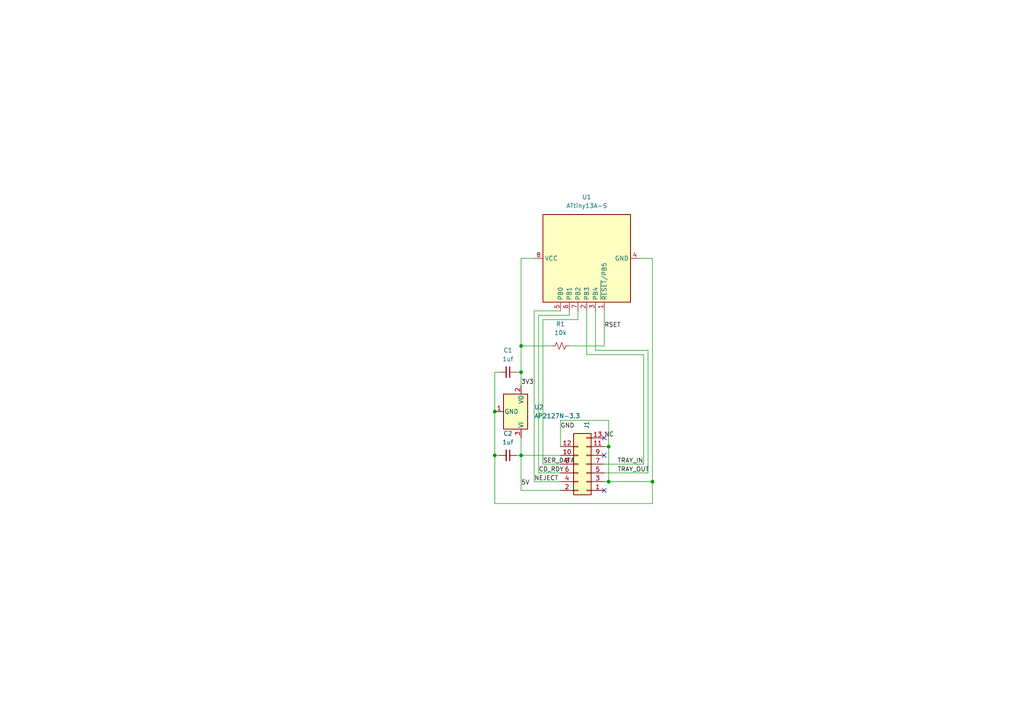
<source format=kicad_sch>
(kicad_sch (version 20250114) (generator "eeschema") (generator_version "9.0")
  (paper "A4")
  (lib_symbols
    (symbol "Connector_Generic:Conn_2Rows-13Pins" (pin_names (offset 1.016) (hide yes))
      (property "Reference" "J" (at 1.27 10.16 0))
      (property "Value" "Conn_2Rows-13Pins" (at 1.27 -10.16 0))
      (symbol "Conn_2Rows-13Pins_1_1"
        (rectangle (start -1.27 8.89) (end 3.81 -8.89) (stroke (width 0.254)) (fill (type background)))
        (rectangle (start -1.27 7.747) (end 0 7.493) (stroke (width 0.1524)))
        (rectangle (start -1.27 5.207) (end 0 4.953) (stroke (width 0.1524)))
        (rectangle (start -1.27 2.667) (end 0 2.413) (stroke (width 0.1524)))
        (rectangle (start -1.27 0.127) (end 0 -0.127) (stroke (width 0.1524)))
        (rectangle (start -1.27 -2.413) (end 0 -2.667) (stroke (width 0.1524)))
        (rectangle (start -1.27 -4.953) (end 0 -5.207) (stroke (width 0.1524)))
        (rectangle (start -1.27 -7.493) (end 0 -7.747) (stroke (width 0.1524)))
        (rectangle (start 3.81 7.747) (end 2.54 7.493) (stroke (width 0.1524)))
        (rectangle (start 3.81 5.207) (end 2.54 4.953) (stroke (width 0.1524)))
        (rectangle (start 3.81 2.667) (end 2.54 2.413) (stroke (width 0.1524)))
        (rectangle (start 3.81 0.127) (end 2.54 -0.127) (stroke (width 0.1524)))
        (rectangle (start 3.81 -2.413) (end 2.54 -2.667) (stroke (width 0.1524)))
        (rectangle (start 3.81 -4.953) (end 2.54 -5.207) (stroke (width 0.1524)))
        (pin passive line (at -5.08 7.62 0) (length 3.81) (name "Pin_1") (number "1"))
        (pin passive line (at -5.08 5.08 0) (length 3.81) (name "Pin_3") (number "3"))
        (pin passive line (at -5.08 2.54 0) (length 3.81) (name "Pin_5") (number "5"))
        (pin passive line (at -5.08 0 0) (length 3.81) (name "Pin_7") (number "7"))
        (pin passive line (at -5.08 -2.54 0) (length 3.81) (name "Pin_9") (number "9"))
        (pin passive line (at -5.08 -5.08 0) (length 3.81) (name "Pin_11") (number "11"))
        (pin passive line (at -5.08 -7.62 0) (length 3.81) (name "Pin_13") (number "13"))
        (pin passive line (at 7.62 7.62 180) (length 3.81) (name "Pin_2") (number "2"))
        (pin passive line (at 7.62 5.08 180) (length 3.81) (name "Pin_4") (number "4"))
        (pin passive line (at 7.62 2.54 180) (length 3.81) (name "Pin_6") (number "6"))
        (pin passive line (at 7.62 0 180) (length 3.81) (name "Pin_8") (number "8"))
        (pin passive line (at 7.62 -2.54 180) (length 3.81) (name "Pin_10") (number "10"))
        (pin passive line (at 7.62 -5.08 180) (length 3.81) (name "Pin_12") (number "12"))
      )
    )
    (symbol "Device:C_Small" (pin_numbers (hide yes)) (pin_names (offset 0.254) (hide yes))
      (property "Reference" "C" (at 0.254 1.778 0))
      (property "Value" "C_Small" (at 0.254 -2.032 0))
      (symbol "C_Small_0_1"
        (polyline (pts (xy -1.524 0.508) (xy 1.524 0.508)) (stroke (width 0.3048)))
        (polyline (pts (xy -1.524 -0.508) (xy 1.524 -0.508)) (stroke (width 0.3302)))
      )
      (symbol "C_Small_1_1"
        (pin passive line (at 0 2.54 270) (length 2.032) (name "~") (number "1"))
        (pin passive line (at 0 -2.54 90) (length 2.032) (name "~") (number "2"))
      )
    )
    (symbol "Device:R_Small_US" (pin_numbers (hide yes)) (pin_names (offset 0.254) (hide yes))
      (property "Reference" "R" (at 0.762 0.508 0))
      (property "Value" "R_Small_US" (at 0.762 -1.016 0))
      (symbol "R_Small_US_1_1"
        (polyline (pts (xy 0 1.524) (xy 1.016 1.143) (xy 0 0.762) (xy -1.016 0.381) (xy 0 0)))
        (polyline (pts (xy 0 0) (xy 1.016 -0.381) (xy 0 -0.762) (xy -1.016 -1.143) (xy 0 -1.524)))
        (pin passive line (at 0 2.54 270) (length 1.016) (name "~") (number "1"))
        (pin passive line (at 0 -2.54 90) (length 1.016) (name "~") (number "2"))
      )
    )
    (symbol "MCU_Microchip_ATtiny:ATtiny13A-S"
      (property "Reference" "U1" (at -13.97 1.2701 0))
      (property "Value" "ATtiny13A-S" (at -13.97 -1.2699 0))
      (symbol "ATtiny13A-S_0_1"
        (rectangle (start -12.7 -12.7) (end 12.7 12.7) (stroke (width 0.254)) (fill (type background)))
      )
      (symbol "ATtiny13A-S_1_1"
        (pin power_in line (at 0 15.24 270) (length 2.54) (name "VCC") (number "8"))
        (pin power_in line (at 0 -15.24 90) (length 2.54) (name "GND") (number "4"))
        (pin bidirectional line (at 15.24 7.62 180) (length 2.54) (name "PB0") (number "5"))
        (pin bidirectional line (at 15.24 5.08 180) (length 2.54) (name "PB1") (number "6"))
        (pin bidirectional line (at 15.24 2.54 180) (length 2.54) (name "PB2") (number "7"))
        (pin bidirectional line (at 15.24 0 180) (length 2.54) (name "PB3") (number "2"))
        (pin bidirectional line (at 15.24 -2.54 180) (length 2.54) (name "PB4") (number "3"))
        (pin bidirectional line (at 15.24 -5.08 180) (length 2.54) (name "~{RESET}/PB5") (number "1"))
      )
    )
    (symbol "Regulator_Linear:AP2127N-3.3" (pin_names (offset 0.254))
      (property "Reference" "U" (at -3.81 3.175 0))
      (property "Value" "AP2127N-3.3" (at 0 3.175 0))
      (symbol "AP2127N-3.3_0_1"
        (rectangle (start -5.08 1.905) (end 5.08 -5.08) (stroke (width 0.254)) (fill (type background)))
      )
      (symbol "AP2127N-3.3_1_1"
        (pin power_in line (at -7.62 0 0) (length 2.54) (name "VI") (number "3"))
        (pin power_in line (at 0 -7.62 90) (length 2.54) (name "GND") (number "1"))
        (pin power_out line (at 7.62 0 180) (length 2.54) (name "VO") (number "2"))
      )
    )
  )
  (junction (at 143.51 132.08))
  (junction (at 176.53 129.54))
  (junction (at 151.13 132.08))
  (junction (at 189.23 139.7))
  (junction (at 151.13 107.95))
  (junction (at 176.53 139.7))
  (junction (at 151.13 100.33))
  (junction (at 143.51 119.38))
  (no_connect (at 175.26 132.08))
  (no_connect (at 175.26 127))
  (no_connect (at 175.26 142.24))
  (wire (pts (xy 186.69 102.87) (xy 186.69 134.62)))
  (wire (pts (xy 143.51 146.05) (xy 189.23 146.05)))
  (wire (pts (xy 149.86 132.08) (xy 151.13 132.08)))
  (wire (pts (xy 143.51 132.08) (xy 143.51 146.05)))
  (wire (pts (xy 151.13 127) (xy 151.13 132.08)))
  (wire (pts (xy 189.23 146.05) (xy 189.23 139.7)))
  (wire (pts (xy 154.94 139.7) (xy 162.56 139.7)))
  (wire (pts (xy 170.18 90.17) (xy 170.18 102.87)))
  (wire (pts (xy 151.13 74.93) (xy 154.94 74.93)))
  (wire (pts (xy 143.51 107.95) (xy 144.78 107.95)))
  (wire (pts (xy 187.96 137.16) (xy 175.26 137.16)))
  (wire (pts (xy 175.26 100.33) (xy 165.1 100.33)))
  (wire (pts (xy 151.13 100.33) (xy 151.13 74.93)))
  (wire (pts (xy 176.53 139.7) (xy 176.53 129.54)))
  (wire (pts (xy 175.26 90.17) (xy 175.26 100.33)))
  (wire (pts (xy 172.72 90.17) (xy 172.72 101.6)))
  (wire (pts (xy 156.21 91.44) (xy 156.21 137.16)))
  (wire (pts (xy 165.1 91.44) (xy 156.21 91.44)))
  (wire (pts (xy 189.23 74.93) (xy 189.23 139.7)))
  (wire (pts (xy 187.96 101.6) (xy 187.96 137.16)))
  (wire (pts (xy 143.51 119.38) (xy 143.51 107.95)))
  (wire (pts (xy 176.53 121.92) (xy 162.56 121.92)))
  (wire (pts (xy 157.48 92.71) (xy 157.48 134.62)))
  (wire (pts (xy 176.53 139.7) (xy 175.26 139.7)))
  (wire (pts (xy 151.13 142.24) (xy 162.56 142.24)))
  (wire (pts (xy 162.56 132.08) (xy 151.13 132.08)))
  (wire (pts (xy 162.56 90.17) (xy 154.94 90.17)))
  (wire (pts (xy 165.1 90.17) (xy 165.1 91.44)))
  (wire (pts (xy 185.42 74.93) (xy 189.23 74.93)))
  (wire (pts (xy 167.64 92.71) (xy 157.48 92.71)))
  (wire (pts (xy 151.13 107.95) (xy 151.13 100.33)))
  (wire (pts (xy 149.86 107.95) (xy 151.13 107.95)))
  (wire (pts (xy 151.13 107.95) (xy 151.13 111.76)))
  (wire (pts (xy 162.56 121.92) (xy 162.56 129.54)))
  (wire (pts (xy 176.53 129.54) (xy 176.53 121.92)))
  (wire (pts (xy 157.48 134.62) (xy 162.56 134.62)))
  (wire (pts (xy 186.69 134.62) (xy 175.26 134.62)))
  (wire (pts (xy 151.13 132.08) (xy 151.13 142.24)))
  (wire (pts (xy 176.53 129.54) (xy 175.26 129.54)))
  (wire (pts (xy 170.18 102.87) (xy 186.69 102.87)))
  (wire (pts (xy 172.72 101.6) (xy 187.96 101.6)))
  (wire (pts (xy 151.13 100.33) (xy 160.02 100.33)))
  (wire (pts (xy 154.94 90.17) (xy 154.94 139.7)))
  (wire (pts (xy 144.78 132.08) (xy 143.51 132.08)))
  (wire (pts (xy 143.51 119.38) (xy 143.51 132.08)))
  (wire (pts (xy 189.23 139.7) (xy 176.53 139.7)))
  (wire (pts (xy 167.64 90.17) (xy 167.64 92.71)))
  (wire (pts (xy 156.21 137.16) (xy 162.56 137.16)))
  (label "3V3" (at 151.13 111.76 0))
  (label "RSET" (at 175.26 95.25 0))
  (label "NC" (at 175.26 127 0))
  (label "NEJECT" (at 154.94 139.7 0))
  (label "5V" (at 151.13 140.97 0))
  (label "TRAY_OUT" (at 179.07 137.16 0))
  (label "GND" (at 162.56 124.46 0))
  (label "SER_DATA" (at 157.48 134.62 0))
  (label "TRAY_IN" (at 179.07 134.62 0))
  (label "CD_RDY" (at 156.21 137.16 0))
  (symbol (lib_id "Regulator_Linear:AP2127N-3.3") (at 151.13 119.38 270) (mirror x) (unit 1)
    (property "Reference" "U2" (at 154.94 118.1099 90) (effects (justify left)))
    (property "Value" "AP2127N-3.3" (at 154.94 120.6499 90) (effects (justify left)))
    (property "Footprint" "Package_TO_SOT_SMD:SOT-23" (effects (hide yes)))
    (property "Datasheet" "https://www.diodes.com/assets/Datasheets/AP2127.pdf" (effects (hide yes)))
  )
  (symbol (lib_id "Connector_Generic:Conn_2Rows-13Pins") (at 170.18 134.62 180) (unit 1)
    (property "Reference" "J1" (at 170.1801 124.46 90) (effects (justify right)))
    (property "Value" "to Xbox" (effects (hide yes)))
    (property "Footprint" "Connector_Hirose:Hirose_DF11-14DP-2DSA_2x07_P2.00mm_Vertical" (effects (hide yes)))
  )
  (symbol (lib_id "Device:C_Small") (at 147.32 107.95 270) (unit 1)
    (property "Reference" "C1" (at 147.3136 101.6 90))
    (property "Value" "1uf" (at 147.3136 104.14 90))
    (property "Footprint" "Capacitor_SMD:C_0805_2012Metric_Pad1.18x1.45mm_HandSolder" (effects (hide yes)))
  )
  (symbol (lib_id "Device:C_Small") (at 147.32 132.08 270) (unit 1)
    (property "Reference" "C2" (at 147.3136 125.73 90))
    (property "Value" "1uf" (at 147.3136 128.27 90))
    (property "Footprint" "Capacitor_SMD:C_0805_2012Metric_Pad1.18x1.45mm_HandSolder" (effects (hide yes)))
  )
  (symbol (lib_id "MCU_Microchip_ATtiny:ATtiny13A-S") (at 170.18 74.93 90) (mirror x) (unit 1)
    (property "Reference" "U1" (at 170.18 57.15 90))
    (property "Value" "ATtiny13A-S" (at 170.18 59.69 90))
    (property "Footprint" "Package_SO:SOIC-8W_5.3x5.3mm_P1.27mm" (effects (hide yes)))
    (property "Datasheet" "http://ww1.microchip.com/downloads/en/DeviceDoc/doc8126.pdf" (effects (hide yes)))
  )
  (symbol (lib_id "Device:R_Small_US") (at 162.56 100.33 90) (unit 1)
    (property "Reference" "R1" (at 162.56 93.98 90))
    (property "Value" "10k" (at 162.56 96.52 90))
    (property "Footprint" "Resistor_SMD:R_0805_2012Metric_Pad1.20x1.40mm_HandSolder" (effects (hide yes)))
  )
)
</source>
